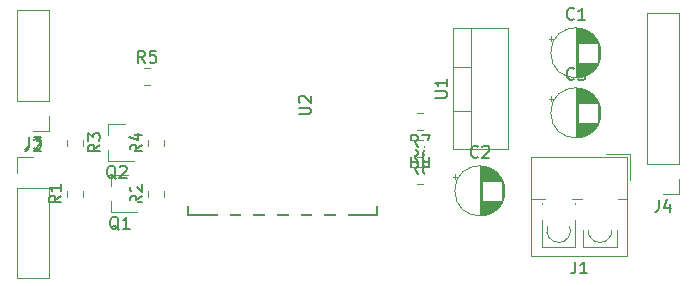
<source format=gbr>
G04 #@! TF.GenerationSoftware,KiCad,Pcbnew,5.1.5+dfsg1-2build2*
G04 #@! TF.CreationDate,2020-08-14T16:11:21+02:00*
G04 #@! TF.ProjectId,carrierboard_aisler,63617272-6965-4726-926f-6172645f6169,1*
G04 #@! TF.SameCoordinates,Original*
G04 #@! TF.FileFunction,Legend,Top*
G04 #@! TF.FilePolarity,Positive*
%FSLAX46Y46*%
G04 Gerber Fmt 4.6, Leading zero omitted, Abs format (unit mm)*
G04 Created by KiCad (PCBNEW 5.1.5+dfsg1-2build2) date 2020-08-14 16:11:21*
%MOMM*%
%LPD*%
G04 APERTURE LIST*
%ADD10C,0.120000*%
%ADD11C,0.152400*%
%ADD12C,0.150000*%
%ADD13O,1.700000X1.700000*%
%ADD14R,1.700000X1.700000*%
%ADD15R,1.100000X2.500000*%
%ADD16R,2.500000X1.100000*%
%ADD17O,2.000000X1.905000*%
%ADD18R,2.000000X1.905000*%
%ADD19R,0.900000X0.800000*%
%ADD20C,2.600000*%
%ADD21R,2.600000X2.600000*%
%ADD22C,1.200000*%
%ADD23R,1.200000X1.200000*%
G04 APERTURE END LIST*
D10*
X151444000Y-108518000D02*
X150114000Y-108518000D01*
X151444000Y-107188000D02*
X151444000Y-108518000D01*
X151444000Y-105918000D02*
X148784000Y-105918000D01*
X148784000Y-105918000D02*
X148784000Y-93158000D01*
X151444000Y-105918000D02*
X151444000Y-93158000D01*
X151444000Y-93158000D02*
X148784000Y-93158000D01*
X98104000Y-103184000D02*
X96774000Y-103184000D01*
X98104000Y-101854000D02*
X98104000Y-103184000D01*
X98104000Y-100584000D02*
X95444000Y-100584000D01*
X95444000Y-100584000D02*
X95444000Y-92904000D01*
X98104000Y-100584000D02*
X98104000Y-92904000D01*
X98104000Y-92904000D02*
X95444000Y-92904000D01*
X95444000Y-105350000D02*
X96774000Y-105350000D01*
X95444000Y-106680000D02*
X95444000Y-105350000D01*
X95444000Y-107950000D02*
X98104000Y-107950000D01*
X98104000Y-107950000D02*
X98104000Y-115630000D01*
X95444000Y-107950000D02*
X95444000Y-115630000D01*
X95444000Y-115630000D02*
X98104000Y-115630000D01*
D11*
X125921199Y-110241000D02*
X125921199Y-109479000D01*
X109919199Y-110241000D02*
X125921199Y-110241000D01*
X109919199Y-109479000D02*
X109919199Y-110241000D01*
D10*
X132366000Y-97717000D02*
X133876000Y-97717000D01*
X132366000Y-101418000D02*
X133876000Y-101418000D01*
X133876000Y-104688000D02*
X133876000Y-94448000D01*
X132366000Y-94448000D02*
X137007000Y-94448000D01*
X132366000Y-104688000D02*
X137007000Y-104688000D01*
X137007000Y-104688000D02*
X137007000Y-94448000D01*
X132366000Y-104688000D02*
X132366000Y-94448000D01*
X129801252Y-103938000D02*
X129278748Y-103938000D01*
X129801252Y-105358000D02*
X129278748Y-105358000D01*
X129801252Y-101652000D02*
X129278748Y-101652000D01*
X129801252Y-103072000D02*
X129278748Y-103072000D01*
X129278748Y-107644000D02*
X129801252Y-107644000D01*
X129278748Y-106224000D02*
X129801252Y-106224000D01*
X106164748Y-99262000D02*
X106687252Y-99262000D01*
X106164748Y-97842000D02*
X106687252Y-97842000D01*
X107898000Y-104401252D02*
X107898000Y-103878748D01*
X106478000Y-104401252D02*
X106478000Y-103878748D01*
X99620000Y-103878748D02*
X99620000Y-104401252D01*
X101040000Y-103878748D02*
X101040000Y-104401252D01*
X107898000Y-108719252D02*
X107898000Y-108196748D01*
X106478000Y-108719252D02*
X106478000Y-108196748D01*
X101040000Y-108719252D02*
X101040000Y-108196748D01*
X99620000Y-108719252D02*
X99620000Y-108196748D01*
X103126000Y-102560000D02*
X104586000Y-102560000D01*
X103126000Y-105720000D02*
X105286000Y-105720000D01*
X103126000Y-105720000D02*
X103126000Y-104790000D01*
X103126000Y-102560000D02*
X103126000Y-103490000D01*
X103380000Y-106878000D02*
X104840000Y-106878000D01*
X103380000Y-110038000D02*
X105540000Y-110038000D01*
X103380000Y-110038000D02*
X103380000Y-109108000D01*
X103380000Y-106878000D02*
X103380000Y-107808000D01*
X147330000Y-105082000D02*
X145330000Y-105082000D01*
X147330000Y-107322000D02*
X147330000Y-105082000D01*
X139880000Y-109293000D02*
X139880000Y-109232000D01*
X139880000Y-112982000D02*
X139880000Y-110671000D01*
X142680000Y-109293000D02*
X142680000Y-109232000D01*
X142680000Y-112982000D02*
X142680000Y-110671000D01*
X139880000Y-109232000D02*
X139880000Y-109232000D01*
X142680000Y-109232000D02*
X142679000Y-109232000D01*
X142680000Y-112982000D02*
X139880000Y-112982000D01*
X143380000Y-112982000D02*
X143380000Y-111522000D01*
X146180000Y-112982000D02*
X146180000Y-111522000D01*
X146180000Y-112982000D02*
X143380000Y-112982000D01*
X138970000Y-113742000D02*
X138970000Y-105322000D01*
X147090000Y-113742000D02*
X147090000Y-105322000D01*
X147090000Y-105322000D02*
X138970000Y-105322000D01*
X147090000Y-113742000D02*
X138970000Y-113742000D01*
X140146000Y-108881000D02*
X138970000Y-108881000D01*
X143240000Y-108881000D02*
X142413000Y-108881000D01*
X147090000Y-108881000D02*
X146320000Y-108881000D01*
X142219915Y-111239767D02*
G75*
G02X140340000Y-111240000I-939915J-342233D01*
G01*
X145777890Y-111511434D02*
G75*
G02X143782000Y-111513000I-997890J-70566D01*
G01*
X140662199Y-100205000D02*
X140662199Y-100605000D01*
X140462199Y-100405000D02*
X140862199Y-100405000D01*
X144813000Y-101230000D02*
X144813000Y-101970000D01*
X144773000Y-101063000D02*
X144773000Y-102137000D01*
X144733000Y-100936000D02*
X144733000Y-102264000D01*
X144693000Y-100832000D02*
X144693000Y-102368000D01*
X144653000Y-100741000D02*
X144653000Y-102459000D01*
X144613000Y-100660000D02*
X144613000Y-102540000D01*
X144573000Y-100587000D02*
X144573000Y-102613000D01*
X144533000Y-102440000D02*
X144533000Y-102680000D01*
X144533000Y-100520000D02*
X144533000Y-100760000D01*
X144493000Y-102440000D02*
X144493000Y-102742000D01*
X144493000Y-100458000D02*
X144493000Y-100760000D01*
X144453000Y-102440000D02*
X144453000Y-102800000D01*
X144453000Y-100400000D02*
X144453000Y-100760000D01*
X144413000Y-102440000D02*
X144413000Y-102854000D01*
X144413000Y-100346000D02*
X144413000Y-100760000D01*
X144373000Y-102440000D02*
X144373000Y-102904000D01*
X144373000Y-100296000D02*
X144373000Y-100760000D01*
X144333000Y-102440000D02*
X144333000Y-102951000D01*
X144333000Y-100249000D02*
X144333000Y-100760000D01*
X144293000Y-102440000D02*
X144293000Y-102996000D01*
X144293000Y-100204000D02*
X144293000Y-100760000D01*
X144253000Y-102440000D02*
X144253000Y-103038000D01*
X144253000Y-100162000D02*
X144253000Y-100760000D01*
X144213000Y-102440000D02*
X144213000Y-103078000D01*
X144213000Y-100122000D02*
X144213000Y-100760000D01*
X144173000Y-102440000D02*
X144173000Y-103116000D01*
X144173000Y-100084000D02*
X144173000Y-100760000D01*
X144133000Y-102440000D02*
X144133000Y-103152000D01*
X144133000Y-100048000D02*
X144133000Y-100760000D01*
X144093000Y-102440000D02*
X144093000Y-103187000D01*
X144093000Y-100013000D02*
X144093000Y-100760000D01*
X144053000Y-102440000D02*
X144053000Y-103219000D01*
X144053000Y-99981000D02*
X144053000Y-100760000D01*
X144013000Y-102440000D02*
X144013000Y-103250000D01*
X144013000Y-99950000D02*
X144013000Y-100760000D01*
X143973000Y-102440000D02*
X143973000Y-103280000D01*
X143973000Y-99920000D02*
X143973000Y-100760000D01*
X143933000Y-102440000D02*
X143933000Y-103308000D01*
X143933000Y-99892000D02*
X143933000Y-100760000D01*
X143893000Y-102440000D02*
X143893000Y-103335000D01*
X143893000Y-99865000D02*
X143893000Y-100760000D01*
X143853000Y-102440000D02*
X143853000Y-103360000D01*
X143853000Y-99840000D02*
X143853000Y-100760000D01*
X143813000Y-102440000D02*
X143813000Y-103385000D01*
X143813000Y-99815000D02*
X143813000Y-100760000D01*
X143773000Y-102440000D02*
X143773000Y-103408000D01*
X143773000Y-99792000D02*
X143773000Y-100760000D01*
X143733000Y-102440000D02*
X143733000Y-103430000D01*
X143733000Y-99770000D02*
X143733000Y-100760000D01*
X143693000Y-102440000D02*
X143693000Y-103451000D01*
X143693000Y-99749000D02*
X143693000Y-100760000D01*
X143653000Y-102440000D02*
X143653000Y-103470000D01*
X143653000Y-99730000D02*
X143653000Y-100760000D01*
X143613000Y-102440000D02*
X143613000Y-103489000D01*
X143613000Y-99711000D02*
X143613000Y-100760000D01*
X143573000Y-102440000D02*
X143573000Y-103507000D01*
X143573000Y-99693000D02*
X143573000Y-100760000D01*
X143533000Y-102440000D02*
X143533000Y-103524000D01*
X143533000Y-99676000D02*
X143533000Y-100760000D01*
X143493000Y-102440000D02*
X143493000Y-103540000D01*
X143493000Y-99660000D02*
X143493000Y-100760000D01*
X143453000Y-102440000D02*
X143453000Y-103554000D01*
X143453000Y-99646000D02*
X143453000Y-100760000D01*
X143412000Y-102440000D02*
X143412000Y-103568000D01*
X143412000Y-99632000D02*
X143412000Y-100760000D01*
X143372000Y-102440000D02*
X143372000Y-103582000D01*
X143372000Y-99618000D02*
X143372000Y-100760000D01*
X143332000Y-102440000D02*
X143332000Y-103594000D01*
X143332000Y-99606000D02*
X143332000Y-100760000D01*
X143292000Y-102440000D02*
X143292000Y-103605000D01*
X143292000Y-99595000D02*
X143292000Y-100760000D01*
X143252000Y-102440000D02*
X143252000Y-103616000D01*
X143252000Y-99584000D02*
X143252000Y-100760000D01*
X143212000Y-102440000D02*
X143212000Y-103625000D01*
X143212000Y-99575000D02*
X143212000Y-100760000D01*
X143172000Y-102440000D02*
X143172000Y-103634000D01*
X143172000Y-99566000D02*
X143172000Y-100760000D01*
X143132000Y-102440000D02*
X143132000Y-103642000D01*
X143132000Y-99558000D02*
X143132000Y-100760000D01*
X143092000Y-102440000D02*
X143092000Y-103650000D01*
X143092000Y-99550000D02*
X143092000Y-100760000D01*
X143052000Y-102440000D02*
X143052000Y-103656000D01*
X143052000Y-99544000D02*
X143052000Y-100760000D01*
X143012000Y-102440000D02*
X143012000Y-103662000D01*
X143012000Y-99538000D02*
X143012000Y-100760000D01*
X142972000Y-102440000D02*
X142972000Y-103667000D01*
X142972000Y-99533000D02*
X142972000Y-100760000D01*
X142932000Y-102440000D02*
X142932000Y-103671000D01*
X142932000Y-99529000D02*
X142932000Y-100760000D01*
X142892000Y-99526000D02*
X142892000Y-103674000D01*
X142852000Y-99523000D02*
X142852000Y-103677000D01*
X142812000Y-99521000D02*
X142812000Y-103679000D01*
X142772000Y-99520000D02*
X142772000Y-103680000D01*
X142732000Y-99520000D02*
X142732000Y-103680000D01*
X144852000Y-101600000D02*
G75*
G03X144852000Y-101600000I-2120000J0D01*
G01*
X132534199Y-106809000D02*
X132534199Y-107209000D01*
X132334199Y-107009000D02*
X132734199Y-107009000D01*
X136685000Y-107834000D02*
X136685000Y-108574000D01*
X136645000Y-107667000D02*
X136645000Y-108741000D01*
X136605000Y-107540000D02*
X136605000Y-108868000D01*
X136565000Y-107436000D02*
X136565000Y-108972000D01*
X136525000Y-107345000D02*
X136525000Y-109063000D01*
X136485000Y-107264000D02*
X136485000Y-109144000D01*
X136445000Y-107191000D02*
X136445000Y-109217000D01*
X136405000Y-109044000D02*
X136405000Y-109284000D01*
X136405000Y-107124000D02*
X136405000Y-107364000D01*
X136365000Y-109044000D02*
X136365000Y-109346000D01*
X136365000Y-107062000D02*
X136365000Y-107364000D01*
X136325000Y-109044000D02*
X136325000Y-109404000D01*
X136325000Y-107004000D02*
X136325000Y-107364000D01*
X136285000Y-109044000D02*
X136285000Y-109458000D01*
X136285000Y-106950000D02*
X136285000Y-107364000D01*
X136245000Y-109044000D02*
X136245000Y-109508000D01*
X136245000Y-106900000D02*
X136245000Y-107364000D01*
X136205000Y-109044000D02*
X136205000Y-109555000D01*
X136205000Y-106853000D02*
X136205000Y-107364000D01*
X136165000Y-109044000D02*
X136165000Y-109600000D01*
X136165000Y-106808000D02*
X136165000Y-107364000D01*
X136125000Y-109044000D02*
X136125000Y-109642000D01*
X136125000Y-106766000D02*
X136125000Y-107364000D01*
X136085000Y-109044000D02*
X136085000Y-109682000D01*
X136085000Y-106726000D02*
X136085000Y-107364000D01*
X136045000Y-109044000D02*
X136045000Y-109720000D01*
X136045000Y-106688000D02*
X136045000Y-107364000D01*
X136005000Y-109044000D02*
X136005000Y-109756000D01*
X136005000Y-106652000D02*
X136005000Y-107364000D01*
X135965000Y-109044000D02*
X135965000Y-109791000D01*
X135965000Y-106617000D02*
X135965000Y-107364000D01*
X135925000Y-109044000D02*
X135925000Y-109823000D01*
X135925000Y-106585000D02*
X135925000Y-107364000D01*
X135885000Y-109044000D02*
X135885000Y-109854000D01*
X135885000Y-106554000D02*
X135885000Y-107364000D01*
X135845000Y-109044000D02*
X135845000Y-109884000D01*
X135845000Y-106524000D02*
X135845000Y-107364000D01*
X135805000Y-109044000D02*
X135805000Y-109912000D01*
X135805000Y-106496000D02*
X135805000Y-107364000D01*
X135765000Y-109044000D02*
X135765000Y-109939000D01*
X135765000Y-106469000D02*
X135765000Y-107364000D01*
X135725000Y-109044000D02*
X135725000Y-109964000D01*
X135725000Y-106444000D02*
X135725000Y-107364000D01*
X135685000Y-109044000D02*
X135685000Y-109989000D01*
X135685000Y-106419000D02*
X135685000Y-107364000D01*
X135645000Y-109044000D02*
X135645000Y-110012000D01*
X135645000Y-106396000D02*
X135645000Y-107364000D01*
X135605000Y-109044000D02*
X135605000Y-110034000D01*
X135605000Y-106374000D02*
X135605000Y-107364000D01*
X135565000Y-109044000D02*
X135565000Y-110055000D01*
X135565000Y-106353000D02*
X135565000Y-107364000D01*
X135525000Y-109044000D02*
X135525000Y-110074000D01*
X135525000Y-106334000D02*
X135525000Y-107364000D01*
X135485000Y-109044000D02*
X135485000Y-110093000D01*
X135485000Y-106315000D02*
X135485000Y-107364000D01*
X135445000Y-109044000D02*
X135445000Y-110111000D01*
X135445000Y-106297000D02*
X135445000Y-107364000D01*
X135405000Y-109044000D02*
X135405000Y-110128000D01*
X135405000Y-106280000D02*
X135405000Y-107364000D01*
X135365000Y-109044000D02*
X135365000Y-110144000D01*
X135365000Y-106264000D02*
X135365000Y-107364000D01*
X135325000Y-109044000D02*
X135325000Y-110158000D01*
X135325000Y-106250000D02*
X135325000Y-107364000D01*
X135284000Y-109044000D02*
X135284000Y-110172000D01*
X135284000Y-106236000D02*
X135284000Y-107364000D01*
X135244000Y-109044000D02*
X135244000Y-110186000D01*
X135244000Y-106222000D02*
X135244000Y-107364000D01*
X135204000Y-109044000D02*
X135204000Y-110198000D01*
X135204000Y-106210000D02*
X135204000Y-107364000D01*
X135164000Y-109044000D02*
X135164000Y-110209000D01*
X135164000Y-106199000D02*
X135164000Y-107364000D01*
X135124000Y-109044000D02*
X135124000Y-110220000D01*
X135124000Y-106188000D02*
X135124000Y-107364000D01*
X135084000Y-109044000D02*
X135084000Y-110229000D01*
X135084000Y-106179000D02*
X135084000Y-107364000D01*
X135044000Y-109044000D02*
X135044000Y-110238000D01*
X135044000Y-106170000D02*
X135044000Y-107364000D01*
X135004000Y-109044000D02*
X135004000Y-110246000D01*
X135004000Y-106162000D02*
X135004000Y-107364000D01*
X134964000Y-109044000D02*
X134964000Y-110254000D01*
X134964000Y-106154000D02*
X134964000Y-107364000D01*
X134924000Y-109044000D02*
X134924000Y-110260000D01*
X134924000Y-106148000D02*
X134924000Y-107364000D01*
X134884000Y-109044000D02*
X134884000Y-110266000D01*
X134884000Y-106142000D02*
X134884000Y-107364000D01*
X134844000Y-109044000D02*
X134844000Y-110271000D01*
X134844000Y-106137000D02*
X134844000Y-107364000D01*
X134804000Y-109044000D02*
X134804000Y-110275000D01*
X134804000Y-106133000D02*
X134804000Y-107364000D01*
X134764000Y-106130000D02*
X134764000Y-110278000D01*
X134724000Y-106127000D02*
X134724000Y-110281000D01*
X134684000Y-106125000D02*
X134684000Y-110283000D01*
X134644000Y-106124000D02*
X134644000Y-110284000D01*
X134604000Y-106124000D02*
X134604000Y-110284000D01*
X136724000Y-108204000D02*
G75*
G03X136724000Y-108204000I-2120000J0D01*
G01*
X140662199Y-95125000D02*
X140662199Y-95525000D01*
X140462199Y-95325000D02*
X140862199Y-95325000D01*
X144813000Y-96150000D02*
X144813000Y-96890000D01*
X144773000Y-95983000D02*
X144773000Y-97057000D01*
X144733000Y-95856000D02*
X144733000Y-97184000D01*
X144693000Y-95752000D02*
X144693000Y-97288000D01*
X144653000Y-95661000D02*
X144653000Y-97379000D01*
X144613000Y-95580000D02*
X144613000Y-97460000D01*
X144573000Y-95507000D02*
X144573000Y-97533000D01*
X144533000Y-97360000D02*
X144533000Y-97600000D01*
X144533000Y-95440000D02*
X144533000Y-95680000D01*
X144493000Y-97360000D02*
X144493000Y-97662000D01*
X144493000Y-95378000D02*
X144493000Y-95680000D01*
X144453000Y-97360000D02*
X144453000Y-97720000D01*
X144453000Y-95320000D02*
X144453000Y-95680000D01*
X144413000Y-97360000D02*
X144413000Y-97774000D01*
X144413000Y-95266000D02*
X144413000Y-95680000D01*
X144373000Y-97360000D02*
X144373000Y-97824000D01*
X144373000Y-95216000D02*
X144373000Y-95680000D01*
X144333000Y-97360000D02*
X144333000Y-97871000D01*
X144333000Y-95169000D02*
X144333000Y-95680000D01*
X144293000Y-97360000D02*
X144293000Y-97916000D01*
X144293000Y-95124000D02*
X144293000Y-95680000D01*
X144253000Y-97360000D02*
X144253000Y-97958000D01*
X144253000Y-95082000D02*
X144253000Y-95680000D01*
X144213000Y-97360000D02*
X144213000Y-97998000D01*
X144213000Y-95042000D02*
X144213000Y-95680000D01*
X144173000Y-97360000D02*
X144173000Y-98036000D01*
X144173000Y-95004000D02*
X144173000Y-95680000D01*
X144133000Y-97360000D02*
X144133000Y-98072000D01*
X144133000Y-94968000D02*
X144133000Y-95680000D01*
X144093000Y-97360000D02*
X144093000Y-98107000D01*
X144093000Y-94933000D02*
X144093000Y-95680000D01*
X144053000Y-97360000D02*
X144053000Y-98139000D01*
X144053000Y-94901000D02*
X144053000Y-95680000D01*
X144013000Y-97360000D02*
X144013000Y-98170000D01*
X144013000Y-94870000D02*
X144013000Y-95680000D01*
X143973000Y-97360000D02*
X143973000Y-98200000D01*
X143973000Y-94840000D02*
X143973000Y-95680000D01*
X143933000Y-97360000D02*
X143933000Y-98228000D01*
X143933000Y-94812000D02*
X143933000Y-95680000D01*
X143893000Y-97360000D02*
X143893000Y-98255000D01*
X143893000Y-94785000D02*
X143893000Y-95680000D01*
X143853000Y-97360000D02*
X143853000Y-98280000D01*
X143853000Y-94760000D02*
X143853000Y-95680000D01*
X143813000Y-97360000D02*
X143813000Y-98305000D01*
X143813000Y-94735000D02*
X143813000Y-95680000D01*
X143773000Y-97360000D02*
X143773000Y-98328000D01*
X143773000Y-94712000D02*
X143773000Y-95680000D01*
X143733000Y-97360000D02*
X143733000Y-98350000D01*
X143733000Y-94690000D02*
X143733000Y-95680000D01*
X143693000Y-97360000D02*
X143693000Y-98371000D01*
X143693000Y-94669000D02*
X143693000Y-95680000D01*
X143653000Y-97360000D02*
X143653000Y-98390000D01*
X143653000Y-94650000D02*
X143653000Y-95680000D01*
X143613000Y-97360000D02*
X143613000Y-98409000D01*
X143613000Y-94631000D02*
X143613000Y-95680000D01*
X143573000Y-97360000D02*
X143573000Y-98427000D01*
X143573000Y-94613000D02*
X143573000Y-95680000D01*
X143533000Y-97360000D02*
X143533000Y-98444000D01*
X143533000Y-94596000D02*
X143533000Y-95680000D01*
X143493000Y-97360000D02*
X143493000Y-98460000D01*
X143493000Y-94580000D02*
X143493000Y-95680000D01*
X143453000Y-97360000D02*
X143453000Y-98474000D01*
X143453000Y-94566000D02*
X143453000Y-95680000D01*
X143412000Y-97360000D02*
X143412000Y-98488000D01*
X143412000Y-94552000D02*
X143412000Y-95680000D01*
X143372000Y-97360000D02*
X143372000Y-98502000D01*
X143372000Y-94538000D02*
X143372000Y-95680000D01*
X143332000Y-97360000D02*
X143332000Y-98514000D01*
X143332000Y-94526000D02*
X143332000Y-95680000D01*
X143292000Y-97360000D02*
X143292000Y-98525000D01*
X143292000Y-94515000D02*
X143292000Y-95680000D01*
X143252000Y-97360000D02*
X143252000Y-98536000D01*
X143252000Y-94504000D02*
X143252000Y-95680000D01*
X143212000Y-97360000D02*
X143212000Y-98545000D01*
X143212000Y-94495000D02*
X143212000Y-95680000D01*
X143172000Y-97360000D02*
X143172000Y-98554000D01*
X143172000Y-94486000D02*
X143172000Y-95680000D01*
X143132000Y-97360000D02*
X143132000Y-98562000D01*
X143132000Y-94478000D02*
X143132000Y-95680000D01*
X143092000Y-97360000D02*
X143092000Y-98570000D01*
X143092000Y-94470000D02*
X143092000Y-95680000D01*
X143052000Y-97360000D02*
X143052000Y-98576000D01*
X143052000Y-94464000D02*
X143052000Y-95680000D01*
X143012000Y-97360000D02*
X143012000Y-98582000D01*
X143012000Y-94458000D02*
X143012000Y-95680000D01*
X142972000Y-97360000D02*
X142972000Y-98587000D01*
X142972000Y-94453000D02*
X142972000Y-95680000D01*
X142932000Y-97360000D02*
X142932000Y-98591000D01*
X142932000Y-94449000D02*
X142932000Y-95680000D01*
X142892000Y-94446000D02*
X142892000Y-98594000D01*
X142852000Y-94443000D02*
X142852000Y-98597000D01*
X142812000Y-94441000D02*
X142812000Y-98599000D01*
X142772000Y-94440000D02*
X142772000Y-98600000D01*
X142732000Y-94440000D02*
X142732000Y-98600000D01*
X144852000Y-96520000D02*
G75*
G03X144852000Y-96520000I-2120000J0D01*
G01*
D12*
X149780666Y-108970380D02*
X149780666Y-109684666D01*
X149733047Y-109827523D01*
X149637809Y-109922761D01*
X149494952Y-109970380D01*
X149399714Y-109970380D01*
X150685428Y-109303714D02*
X150685428Y-109970380D01*
X150447333Y-108922761D02*
X150209238Y-109637047D01*
X150828285Y-109637047D01*
X96440666Y-103636380D02*
X96440666Y-104350666D01*
X96393047Y-104493523D01*
X96297809Y-104588761D01*
X96154952Y-104636380D01*
X96059714Y-104636380D01*
X96821619Y-103636380D02*
X97440666Y-103636380D01*
X97107333Y-104017333D01*
X97250190Y-104017333D01*
X97345428Y-104064952D01*
X97393047Y-104112571D01*
X97440666Y-104207809D01*
X97440666Y-104445904D01*
X97393047Y-104541142D01*
X97345428Y-104588761D01*
X97250190Y-104636380D01*
X96964476Y-104636380D01*
X96869238Y-104588761D01*
X96821619Y-104541142D01*
X96440666Y-103802380D02*
X96440666Y-104516666D01*
X96393047Y-104659523D01*
X96297809Y-104754761D01*
X96154952Y-104802380D01*
X96059714Y-104802380D01*
X96869238Y-103897619D02*
X96916857Y-103850000D01*
X97012095Y-103802380D01*
X97250190Y-103802380D01*
X97345428Y-103850000D01*
X97393047Y-103897619D01*
X97440666Y-103992857D01*
X97440666Y-104088095D01*
X97393047Y-104230952D01*
X96821619Y-104802380D01*
X97440666Y-104802380D01*
X119277579Y-101731904D02*
X120087103Y-101731904D01*
X120182341Y-101684285D01*
X120229960Y-101636666D01*
X120277579Y-101541428D01*
X120277579Y-101350952D01*
X120229960Y-101255714D01*
X120182341Y-101208095D01*
X120087103Y-101160476D01*
X119277579Y-101160476D01*
X119372818Y-100731904D02*
X119325199Y-100684285D01*
X119277579Y-100589047D01*
X119277579Y-100350952D01*
X119325199Y-100255714D01*
X119372818Y-100208095D01*
X119468056Y-100160476D01*
X119563294Y-100160476D01*
X119706151Y-100208095D01*
X120277579Y-100779523D01*
X120277579Y-100160476D01*
X130818380Y-100329904D02*
X131627904Y-100329904D01*
X131723142Y-100282285D01*
X131770761Y-100234666D01*
X131818380Y-100139428D01*
X131818380Y-99948952D01*
X131770761Y-99853714D01*
X131723142Y-99806095D01*
X131627904Y-99758476D01*
X130818380Y-99758476D01*
X131818380Y-98758476D02*
X131818380Y-99329904D01*
X131818380Y-99044190D02*
X130818380Y-99044190D01*
X130961238Y-99139428D01*
X131056476Y-99234666D01*
X131104095Y-99329904D01*
X129373333Y-106750380D02*
X129040000Y-106274190D01*
X128801904Y-106750380D02*
X128801904Y-105750380D01*
X129182857Y-105750380D01*
X129278095Y-105798000D01*
X129325714Y-105845619D01*
X129373333Y-105940857D01*
X129373333Y-106083714D01*
X129325714Y-106178952D01*
X129278095Y-106226571D01*
X129182857Y-106274190D01*
X128801904Y-106274190D01*
X129944761Y-106178952D02*
X129849523Y-106131333D01*
X129801904Y-106083714D01*
X129754285Y-105988476D01*
X129754285Y-105940857D01*
X129801904Y-105845619D01*
X129849523Y-105798000D01*
X129944761Y-105750380D01*
X130135238Y-105750380D01*
X130230476Y-105798000D01*
X130278095Y-105845619D01*
X130325714Y-105940857D01*
X130325714Y-105988476D01*
X130278095Y-106083714D01*
X130230476Y-106131333D01*
X130135238Y-106178952D01*
X129944761Y-106178952D01*
X129849523Y-106226571D01*
X129801904Y-106274190D01*
X129754285Y-106369428D01*
X129754285Y-106559904D01*
X129801904Y-106655142D01*
X129849523Y-106702761D01*
X129944761Y-106750380D01*
X130135238Y-106750380D01*
X130230476Y-106702761D01*
X130278095Y-106655142D01*
X130325714Y-106559904D01*
X130325714Y-106369428D01*
X130278095Y-106274190D01*
X130230476Y-106226571D01*
X130135238Y-106178952D01*
X129373333Y-104464380D02*
X129040000Y-103988190D01*
X128801904Y-104464380D02*
X128801904Y-103464380D01*
X129182857Y-103464380D01*
X129278095Y-103512000D01*
X129325714Y-103559619D01*
X129373333Y-103654857D01*
X129373333Y-103797714D01*
X129325714Y-103892952D01*
X129278095Y-103940571D01*
X129182857Y-103988190D01*
X128801904Y-103988190D01*
X129706666Y-103464380D02*
X130373333Y-103464380D01*
X129944761Y-104464380D01*
X129373333Y-105736380D02*
X129040000Y-105260190D01*
X128801904Y-105736380D02*
X128801904Y-104736380D01*
X129182857Y-104736380D01*
X129278095Y-104784000D01*
X129325714Y-104831619D01*
X129373333Y-104926857D01*
X129373333Y-105069714D01*
X129325714Y-105164952D01*
X129278095Y-105212571D01*
X129182857Y-105260190D01*
X128801904Y-105260190D01*
X130230476Y-104736380D02*
X130040000Y-104736380D01*
X129944761Y-104784000D01*
X129897142Y-104831619D01*
X129801904Y-104974476D01*
X129754285Y-105164952D01*
X129754285Y-105545904D01*
X129801904Y-105641142D01*
X129849523Y-105688761D01*
X129944761Y-105736380D01*
X130135238Y-105736380D01*
X130230476Y-105688761D01*
X130278095Y-105641142D01*
X130325714Y-105545904D01*
X130325714Y-105307809D01*
X130278095Y-105212571D01*
X130230476Y-105164952D01*
X130135238Y-105117333D01*
X129944761Y-105117333D01*
X129849523Y-105164952D01*
X129801904Y-105212571D01*
X129754285Y-105307809D01*
X106259333Y-97354380D02*
X105926000Y-96878190D01*
X105687904Y-97354380D02*
X105687904Y-96354380D01*
X106068857Y-96354380D01*
X106164095Y-96402000D01*
X106211714Y-96449619D01*
X106259333Y-96544857D01*
X106259333Y-96687714D01*
X106211714Y-96782952D01*
X106164095Y-96830571D01*
X106068857Y-96878190D01*
X105687904Y-96878190D01*
X107164095Y-96354380D02*
X106687904Y-96354380D01*
X106640285Y-96830571D01*
X106687904Y-96782952D01*
X106783142Y-96735333D01*
X107021238Y-96735333D01*
X107116476Y-96782952D01*
X107164095Y-96830571D01*
X107211714Y-96925809D01*
X107211714Y-97163904D01*
X107164095Y-97259142D01*
X107116476Y-97306761D01*
X107021238Y-97354380D01*
X106783142Y-97354380D01*
X106687904Y-97306761D01*
X106640285Y-97259142D01*
X105990380Y-104306666D02*
X105514190Y-104640000D01*
X105990380Y-104878095D02*
X104990380Y-104878095D01*
X104990380Y-104497142D01*
X105038000Y-104401904D01*
X105085619Y-104354285D01*
X105180857Y-104306666D01*
X105323714Y-104306666D01*
X105418952Y-104354285D01*
X105466571Y-104401904D01*
X105514190Y-104497142D01*
X105514190Y-104878095D01*
X105323714Y-103449523D02*
X105990380Y-103449523D01*
X104942761Y-103687619D02*
X105657047Y-103925714D01*
X105657047Y-103306666D01*
X102432380Y-104306666D02*
X101956190Y-104640000D01*
X102432380Y-104878095D02*
X101432380Y-104878095D01*
X101432380Y-104497142D01*
X101480000Y-104401904D01*
X101527619Y-104354285D01*
X101622857Y-104306666D01*
X101765714Y-104306666D01*
X101860952Y-104354285D01*
X101908571Y-104401904D01*
X101956190Y-104497142D01*
X101956190Y-104878095D01*
X101432380Y-103973333D02*
X101432380Y-103354285D01*
X101813333Y-103687619D01*
X101813333Y-103544761D01*
X101860952Y-103449523D01*
X101908571Y-103401904D01*
X102003809Y-103354285D01*
X102241904Y-103354285D01*
X102337142Y-103401904D01*
X102384761Y-103449523D01*
X102432380Y-103544761D01*
X102432380Y-103830476D01*
X102384761Y-103925714D01*
X102337142Y-103973333D01*
X105990380Y-108624666D02*
X105514190Y-108958000D01*
X105990380Y-109196095D02*
X104990380Y-109196095D01*
X104990380Y-108815142D01*
X105038000Y-108719904D01*
X105085619Y-108672285D01*
X105180857Y-108624666D01*
X105323714Y-108624666D01*
X105418952Y-108672285D01*
X105466571Y-108719904D01*
X105514190Y-108815142D01*
X105514190Y-109196095D01*
X105085619Y-108243714D02*
X105038000Y-108196095D01*
X104990380Y-108100857D01*
X104990380Y-107862761D01*
X105038000Y-107767523D01*
X105085619Y-107719904D01*
X105180857Y-107672285D01*
X105276095Y-107672285D01*
X105418952Y-107719904D01*
X105990380Y-108291333D01*
X105990380Y-107672285D01*
X99132380Y-108624666D02*
X98656190Y-108958000D01*
X99132380Y-109196095D02*
X98132380Y-109196095D01*
X98132380Y-108815142D01*
X98180000Y-108719904D01*
X98227619Y-108672285D01*
X98322857Y-108624666D01*
X98465714Y-108624666D01*
X98560952Y-108672285D01*
X98608571Y-108719904D01*
X98656190Y-108815142D01*
X98656190Y-109196095D01*
X99132380Y-107672285D02*
X99132380Y-108243714D01*
X99132380Y-107958000D02*
X98132380Y-107958000D01*
X98275238Y-108053238D01*
X98370476Y-108148476D01*
X98418095Y-108243714D01*
X103790761Y-107187619D02*
X103695523Y-107140000D01*
X103600285Y-107044761D01*
X103457428Y-106901904D01*
X103362190Y-106854285D01*
X103266952Y-106854285D01*
X103314571Y-107092380D02*
X103219333Y-107044761D01*
X103124095Y-106949523D01*
X103076476Y-106759047D01*
X103076476Y-106425714D01*
X103124095Y-106235238D01*
X103219333Y-106140000D01*
X103314571Y-106092380D01*
X103505047Y-106092380D01*
X103600285Y-106140000D01*
X103695523Y-106235238D01*
X103743142Y-106425714D01*
X103743142Y-106759047D01*
X103695523Y-106949523D01*
X103600285Y-107044761D01*
X103505047Y-107092380D01*
X103314571Y-107092380D01*
X104124095Y-106187619D02*
X104171714Y-106140000D01*
X104266952Y-106092380D01*
X104505047Y-106092380D01*
X104600285Y-106140000D01*
X104647904Y-106187619D01*
X104695523Y-106282857D01*
X104695523Y-106378095D01*
X104647904Y-106520952D01*
X104076476Y-107092380D01*
X104695523Y-107092380D01*
X104044761Y-111505619D02*
X103949523Y-111458000D01*
X103854285Y-111362761D01*
X103711428Y-111219904D01*
X103616190Y-111172285D01*
X103520952Y-111172285D01*
X103568571Y-111410380D02*
X103473333Y-111362761D01*
X103378095Y-111267523D01*
X103330476Y-111077047D01*
X103330476Y-110743714D01*
X103378095Y-110553238D01*
X103473333Y-110458000D01*
X103568571Y-110410380D01*
X103759047Y-110410380D01*
X103854285Y-110458000D01*
X103949523Y-110553238D01*
X103997142Y-110743714D01*
X103997142Y-111077047D01*
X103949523Y-111267523D01*
X103854285Y-111362761D01*
X103759047Y-111410380D01*
X103568571Y-111410380D01*
X104949523Y-111410380D02*
X104378095Y-111410380D01*
X104663809Y-111410380D02*
X104663809Y-110410380D01*
X104568571Y-110553238D01*
X104473333Y-110648476D01*
X104378095Y-110696095D01*
X142696666Y-114194380D02*
X142696666Y-114908666D01*
X142649047Y-115051523D01*
X142553809Y-115146761D01*
X142410952Y-115194380D01*
X142315714Y-115194380D01*
X143696666Y-115194380D02*
X143125238Y-115194380D01*
X143410952Y-115194380D02*
X143410952Y-114194380D01*
X143315714Y-114337238D01*
X143220476Y-114432476D01*
X143125238Y-114480095D01*
X142565333Y-98707142D02*
X142517714Y-98754761D01*
X142374857Y-98802380D01*
X142279619Y-98802380D01*
X142136761Y-98754761D01*
X142041523Y-98659523D01*
X141993904Y-98564285D01*
X141946285Y-98373809D01*
X141946285Y-98230952D01*
X141993904Y-98040476D01*
X142041523Y-97945238D01*
X142136761Y-97850000D01*
X142279619Y-97802380D01*
X142374857Y-97802380D01*
X142517714Y-97850000D01*
X142565333Y-97897619D01*
X142898666Y-97802380D02*
X143517714Y-97802380D01*
X143184380Y-98183333D01*
X143327238Y-98183333D01*
X143422476Y-98230952D01*
X143470095Y-98278571D01*
X143517714Y-98373809D01*
X143517714Y-98611904D01*
X143470095Y-98707142D01*
X143422476Y-98754761D01*
X143327238Y-98802380D01*
X143041523Y-98802380D01*
X142946285Y-98754761D01*
X142898666Y-98707142D01*
X134437333Y-105311142D02*
X134389714Y-105358761D01*
X134246857Y-105406380D01*
X134151619Y-105406380D01*
X134008761Y-105358761D01*
X133913523Y-105263523D01*
X133865904Y-105168285D01*
X133818285Y-104977809D01*
X133818285Y-104834952D01*
X133865904Y-104644476D01*
X133913523Y-104549238D01*
X134008761Y-104454000D01*
X134151619Y-104406380D01*
X134246857Y-104406380D01*
X134389714Y-104454000D01*
X134437333Y-104501619D01*
X134818285Y-104501619D02*
X134865904Y-104454000D01*
X134961142Y-104406380D01*
X135199238Y-104406380D01*
X135294476Y-104454000D01*
X135342095Y-104501619D01*
X135389714Y-104596857D01*
X135389714Y-104692095D01*
X135342095Y-104834952D01*
X134770666Y-105406380D01*
X135389714Y-105406380D01*
X142565333Y-93627142D02*
X142517714Y-93674761D01*
X142374857Y-93722380D01*
X142279619Y-93722380D01*
X142136761Y-93674761D01*
X142041523Y-93579523D01*
X141993904Y-93484285D01*
X141946285Y-93293809D01*
X141946285Y-93150952D01*
X141993904Y-92960476D01*
X142041523Y-92865238D01*
X142136761Y-92770000D01*
X142279619Y-92722380D01*
X142374857Y-92722380D01*
X142517714Y-92770000D01*
X142565333Y-92817619D01*
X143517714Y-93722380D02*
X142946285Y-93722380D01*
X143232000Y-93722380D02*
X143232000Y-92722380D01*
X143136761Y-92865238D01*
X143041523Y-92960476D01*
X142946285Y-93008095D01*
%LPC*%
D13*
X150114000Y-94488000D03*
X150114000Y-97028000D03*
X150114000Y-99568000D03*
X150114000Y-102108000D03*
X150114000Y-104648000D03*
D14*
X150114000Y-107188000D03*
D13*
X96774000Y-94234000D03*
X96774000Y-96774000D03*
X96774000Y-99314000D03*
D14*
X96774000Y-101854000D03*
D13*
X96774000Y-114300000D03*
X96774000Y-111760000D03*
X96774000Y-109220000D03*
D14*
X96774000Y-106680000D03*
D15*
X122925199Y-110320000D03*
X120925199Y-110320000D03*
X118925199Y-110320000D03*
X116925199Y-110320000D03*
X114925199Y-110320000D03*
X112925199Y-110320000D03*
D16*
X125635199Y-94620000D03*
X125635199Y-96620000D03*
X125635199Y-98620000D03*
X125635199Y-100620000D03*
X125635199Y-102620000D03*
X125635199Y-104620000D03*
X125635199Y-106620000D03*
X125635199Y-108620000D03*
X110235199Y-108620000D03*
X110235199Y-106620000D03*
X110235199Y-104620000D03*
X110235199Y-102620000D03*
X110235199Y-100620000D03*
X110235199Y-98620000D03*
X110235199Y-96620000D03*
X110235199Y-94620000D03*
D17*
X135636000Y-97028000D03*
X135636000Y-99568000D03*
D18*
X135636000Y-102108000D03*
D11*
G36*
X128864505Y-103949204D02*
G01*
X128888773Y-103952804D01*
X128912572Y-103958765D01*
X128935671Y-103967030D01*
X128957850Y-103977520D01*
X128978893Y-103990132D01*
X128998599Y-104004747D01*
X129016777Y-104021223D01*
X129033253Y-104039401D01*
X129047868Y-104059107D01*
X129060480Y-104080150D01*
X129070970Y-104102329D01*
X129079235Y-104125428D01*
X129085196Y-104149227D01*
X129088796Y-104173495D01*
X129090000Y-104197999D01*
X129090000Y-105098001D01*
X129088796Y-105122505D01*
X129085196Y-105146773D01*
X129079235Y-105170572D01*
X129070970Y-105193671D01*
X129060480Y-105215850D01*
X129047868Y-105236893D01*
X129033253Y-105256599D01*
X129016777Y-105274777D01*
X128998599Y-105291253D01*
X128978893Y-105305868D01*
X128957850Y-105318480D01*
X128935671Y-105328970D01*
X128912572Y-105337235D01*
X128888773Y-105343196D01*
X128864505Y-105346796D01*
X128840001Y-105348000D01*
X128189999Y-105348000D01*
X128165495Y-105346796D01*
X128141227Y-105343196D01*
X128117428Y-105337235D01*
X128094329Y-105328970D01*
X128072150Y-105318480D01*
X128051107Y-105305868D01*
X128031401Y-105291253D01*
X128013223Y-105274777D01*
X127996747Y-105256599D01*
X127982132Y-105236893D01*
X127969520Y-105215850D01*
X127959030Y-105193671D01*
X127950765Y-105170572D01*
X127944804Y-105146773D01*
X127941204Y-105122505D01*
X127940000Y-105098001D01*
X127940000Y-104197999D01*
X127941204Y-104173495D01*
X127944804Y-104149227D01*
X127950765Y-104125428D01*
X127959030Y-104102329D01*
X127969520Y-104080150D01*
X127982132Y-104059107D01*
X127996747Y-104039401D01*
X128013223Y-104021223D01*
X128031401Y-104004747D01*
X128051107Y-103990132D01*
X128072150Y-103977520D01*
X128094329Y-103967030D01*
X128117428Y-103958765D01*
X128141227Y-103952804D01*
X128165495Y-103949204D01*
X128189999Y-103948000D01*
X128840001Y-103948000D01*
X128864505Y-103949204D01*
G37*
G36*
X130914505Y-103949204D02*
G01*
X130938773Y-103952804D01*
X130962572Y-103958765D01*
X130985671Y-103967030D01*
X131007850Y-103977520D01*
X131028893Y-103990132D01*
X131048599Y-104004747D01*
X131066777Y-104021223D01*
X131083253Y-104039401D01*
X131097868Y-104059107D01*
X131110480Y-104080150D01*
X131120970Y-104102329D01*
X131129235Y-104125428D01*
X131135196Y-104149227D01*
X131138796Y-104173495D01*
X131140000Y-104197999D01*
X131140000Y-105098001D01*
X131138796Y-105122505D01*
X131135196Y-105146773D01*
X131129235Y-105170572D01*
X131120970Y-105193671D01*
X131110480Y-105215850D01*
X131097868Y-105236893D01*
X131083253Y-105256599D01*
X131066777Y-105274777D01*
X131048599Y-105291253D01*
X131028893Y-105305868D01*
X131007850Y-105318480D01*
X130985671Y-105328970D01*
X130962572Y-105337235D01*
X130938773Y-105343196D01*
X130914505Y-105346796D01*
X130890001Y-105348000D01*
X130239999Y-105348000D01*
X130215495Y-105346796D01*
X130191227Y-105343196D01*
X130167428Y-105337235D01*
X130144329Y-105328970D01*
X130122150Y-105318480D01*
X130101107Y-105305868D01*
X130081401Y-105291253D01*
X130063223Y-105274777D01*
X130046747Y-105256599D01*
X130032132Y-105236893D01*
X130019520Y-105215850D01*
X130009030Y-105193671D01*
X130000765Y-105170572D01*
X129994804Y-105146773D01*
X129991204Y-105122505D01*
X129990000Y-105098001D01*
X129990000Y-104197999D01*
X129991204Y-104173495D01*
X129994804Y-104149227D01*
X130000765Y-104125428D01*
X130009030Y-104102329D01*
X130019520Y-104080150D01*
X130032132Y-104059107D01*
X130046747Y-104039401D01*
X130063223Y-104021223D01*
X130081401Y-104004747D01*
X130101107Y-103990132D01*
X130122150Y-103977520D01*
X130144329Y-103967030D01*
X130167428Y-103958765D01*
X130191227Y-103952804D01*
X130215495Y-103949204D01*
X130239999Y-103948000D01*
X130890001Y-103948000D01*
X130914505Y-103949204D01*
G37*
G36*
X128864505Y-101663204D02*
G01*
X128888773Y-101666804D01*
X128912572Y-101672765D01*
X128935671Y-101681030D01*
X128957850Y-101691520D01*
X128978893Y-101704132D01*
X128998599Y-101718747D01*
X129016777Y-101735223D01*
X129033253Y-101753401D01*
X129047868Y-101773107D01*
X129060480Y-101794150D01*
X129070970Y-101816329D01*
X129079235Y-101839428D01*
X129085196Y-101863227D01*
X129088796Y-101887495D01*
X129090000Y-101911999D01*
X129090000Y-102812001D01*
X129088796Y-102836505D01*
X129085196Y-102860773D01*
X129079235Y-102884572D01*
X129070970Y-102907671D01*
X129060480Y-102929850D01*
X129047868Y-102950893D01*
X129033253Y-102970599D01*
X129016777Y-102988777D01*
X128998599Y-103005253D01*
X128978893Y-103019868D01*
X128957850Y-103032480D01*
X128935671Y-103042970D01*
X128912572Y-103051235D01*
X128888773Y-103057196D01*
X128864505Y-103060796D01*
X128840001Y-103062000D01*
X128189999Y-103062000D01*
X128165495Y-103060796D01*
X128141227Y-103057196D01*
X128117428Y-103051235D01*
X128094329Y-103042970D01*
X128072150Y-103032480D01*
X128051107Y-103019868D01*
X128031401Y-103005253D01*
X128013223Y-102988777D01*
X127996747Y-102970599D01*
X127982132Y-102950893D01*
X127969520Y-102929850D01*
X127959030Y-102907671D01*
X127950765Y-102884572D01*
X127944804Y-102860773D01*
X127941204Y-102836505D01*
X127940000Y-102812001D01*
X127940000Y-101911999D01*
X127941204Y-101887495D01*
X127944804Y-101863227D01*
X127950765Y-101839428D01*
X127959030Y-101816329D01*
X127969520Y-101794150D01*
X127982132Y-101773107D01*
X127996747Y-101753401D01*
X128013223Y-101735223D01*
X128031401Y-101718747D01*
X128051107Y-101704132D01*
X128072150Y-101691520D01*
X128094329Y-101681030D01*
X128117428Y-101672765D01*
X128141227Y-101666804D01*
X128165495Y-101663204D01*
X128189999Y-101662000D01*
X128840001Y-101662000D01*
X128864505Y-101663204D01*
G37*
G36*
X130914505Y-101663204D02*
G01*
X130938773Y-101666804D01*
X130962572Y-101672765D01*
X130985671Y-101681030D01*
X131007850Y-101691520D01*
X131028893Y-101704132D01*
X131048599Y-101718747D01*
X131066777Y-101735223D01*
X131083253Y-101753401D01*
X131097868Y-101773107D01*
X131110480Y-101794150D01*
X131120970Y-101816329D01*
X131129235Y-101839428D01*
X131135196Y-101863227D01*
X131138796Y-101887495D01*
X131140000Y-101911999D01*
X131140000Y-102812001D01*
X131138796Y-102836505D01*
X131135196Y-102860773D01*
X131129235Y-102884572D01*
X131120970Y-102907671D01*
X131110480Y-102929850D01*
X131097868Y-102950893D01*
X131083253Y-102970599D01*
X131066777Y-102988777D01*
X131048599Y-103005253D01*
X131028893Y-103019868D01*
X131007850Y-103032480D01*
X130985671Y-103042970D01*
X130962572Y-103051235D01*
X130938773Y-103057196D01*
X130914505Y-103060796D01*
X130890001Y-103062000D01*
X130239999Y-103062000D01*
X130215495Y-103060796D01*
X130191227Y-103057196D01*
X130167428Y-103051235D01*
X130144329Y-103042970D01*
X130122150Y-103032480D01*
X130101107Y-103019868D01*
X130081401Y-103005253D01*
X130063223Y-102988777D01*
X130046747Y-102970599D01*
X130032132Y-102950893D01*
X130019520Y-102929850D01*
X130009030Y-102907671D01*
X130000765Y-102884572D01*
X129994804Y-102860773D01*
X129991204Y-102836505D01*
X129990000Y-102812001D01*
X129990000Y-101911999D01*
X129991204Y-101887495D01*
X129994804Y-101863227D01*
X130000765Y-101839428D01*
X130009030Y-101816329D01*
X130019520Y-101794150D01*
X130032132Y-101773107D01*
X130046747Y-101753401D01*
X130063223Y-101735223D01*
X130081401Y-101718747D01*
X130101107Y-101704132D01*
X130122150Y-101691520D01*
X130144329Y-101681030D01*
X130167428Y-101672765D01*
X130191227Y-101666804D01*
X130215495Y-101663204D01*
X130239999Y-101662000D01*
X130890001Y-101662000D01*
X130914505Y-101663204D01*
G37*
G36*
X130914505Y-106235204D02*
G01*
X130938773Y-106238804D01*
X130962572Y-106244765D01*
X130985671Y-106253030D01*
X131007850Y-106263520D01*
X131028893Y-106276132D01*
X131048599Y-106290747D01*
X131066777Y-106307223D01*
X131083253Y-106325401D01*
X131097868Y-106345107D01*
X131110480Y-106366150D01*
X131120970Y-106388329D01*
X131129235Y-106411428D01*
X131135196Y-106435227D01*
X131138796Y-106459495D01*
X131140000Y-106483999D01*
X131140000Y-107384001D01*
X131138796Y-107408505D01*
X131135196Y-107432773D01*
X131129235Y-107456572D01*
X131120970Y-107479671D01*
X131110480Y-107501850D01*
X131097868Y-107522893D01*
X131083253Y-107542599D01*
X131066777Y-107560777D01*
X131048599Y-107577253D01*
X131028893Y-107591868D01*
X131007850Y-107604480D01*
X130985671Y-107614970D01*
X130962572Y-107623235D01*
X130938773Y-107629196D01*
X130914505Y-107632796D01*
X130890001Y-107634000D01*
X130239999Y-107634000D01*
X130215495Y-107632796D01*
X130191227Y-107629196D01*
X130167428Y-107623235D01*
X130144329Y-107614970D01*
X130122150Y-107604480D01*
X130101107Y-107591868D01*
X130081401Y-107577253D01*
X130063223Y-107560777D01*
X130046747Y-107542599D01*
X130032132Y-107522893D01*
X130019520Y-107501850D01*
X130009030Y-107479671D01*
X130000765Y-107456572D01*
X129994804Y-107432773D01*
X129991204Y-107408505D01*
X129990000Y-107384001D01*
X129990000Y-106483999D01*
X129991204Y-106459495D01*
X129994804Y-106435227D01*
X130000765Y-106411428D01*
X130009030Y-106388329D01*
X130019520Y-106366150D01*
X130032132Y-106345107D01*
X130046747Y-106325401D01*
X130063223Y-106307223D01*
X130081401Y-106290747D01*
X130101107Y-106276132D01*
X130122150Y-106263520D01*
X130144329Y-106253030D01*
X130167428Y-106244765D01*
X130191227Y-106238804D01*
X130215495Y-106235204D01*
X130239999Y-106234000D01*
X130890001Y-106234000D01*
X130914505Y-106235204D01*
G37*
G36*
X128864505Y-106235204D02*
G01*
X128888773Y-106238804D01*
X128912572Y-106244765D01*
X128935671Y-106253030D01*
X128957850Y-106263520D01*
X128978893Y-106276132D01*
X128998599Y-106290747D01*
X129016777Y-106307223D01*
X129033253Y-106325401D01*
X129047868Y-106345107D01*
X129060480Y-106366150D01*
X129070970Y-106388329D01*
X129079235Y-106411428D01*
X129085196Y-106435227D01*
X129088796Y-106459495D01*
X129090000Y-106483999D01*
X129090000Y-107384001D01*
X129088796Y-107408505D01*
X129085196Y-107432773D01*
X129079235Y-107456572D01*
X129070970Y-107479671D01*
X129060480Y-107501850D01*
X129047868Y-107522893D01*
X129033253Y-107542599D01*
X129016777Y-107560777D01*
X128998599Y-107577253D01*
X128978893Y-107591868D01*
X128957850Y-107604480D01*
X128935671Y-107614970D01*
X128912572Y-107623235D01*
X128888773Y-107629196D01*
X128864505Y-107632796D01*
X128840001Y-107634000D01*
X128189999Y-107634000D01*
X128165495Y-107632796D01*
X128141227Y-107629196D01*
X128117428Y-107623235D01*
X128094329Y-107614970D01*
X128072150Y-107604480D01*
X128051107Y-107591868D01*
X128031401Y-107577253D01*
X128013223Y-107560777D01*
X127996747Y-107542599D01*
X127982132Y-107522893D01*
X127969520Y-107501850D01*
X127959030Y-107479671D01*
X127950765Y-107456572D01*
X127944804Y-107432773D01*
X127941204Y-107408505D01*
X127940000Y-107384001D01*
X127940000Y-106483999D01*
X127941204Y-106459495D01*
X127944804Y-106435227D01*
X127950765Y-106411428D01*
X127959030Y-106388329D01*
X127969520Y-106366150D01*
X127982132Y-106345107D01*
X127996747Y-106325401D01*
X128013223Y-106307223D01*
X128031401Y-106290747D01*
X128051107Y-106276132D01*
X128072150Y-106263520D01*
X128094329Y-106253030D01*
X128117428Y-106244765D01*
X128141227Y-106238804D01*
X128165495Y-106235204D01*
X128189999Y-106234000D01*
X128840001Y-106234000D01*
X128864505Y-106235204D01*
G37*
G36*
X107800505Y-97853204D02*
G01*
X107824773Y-97856804D01*
X107848572Y-97862765D01*
X107871671Y-97871030D01*
X107893850Y-97881520D01*
X107914893Y-97894132D01*
X107934599Y-97908747D01*
X107952777Y-97925223D01*
X107969253Y-97943401D01*
X107983868Y-97963107D01*
X107996480Y-97984150D01*
X108006970Y-98006329D01*
X108015235Y-98029428D01*
X108021196Y-98053227D01*
X108024796Y-98077495D01*
X108026000Y-98101999D01*
X108026000Y-99002001D01*
X108024796Y-99026505D01*
X108021196Y-99050773D01*
X108015235Y-99074572D01*
X108006970Y-99097671D01*
X107996480Y-99119850D01*
X107983868Y-99140893D01*
X107969253Y-99160599D01*
X107952777Y-99178777D01*
X107934599Y-99195253D01*
X107914893Y-99209868D01*
X107893850Y-99222480D01*
X107871671Y-99232970D01*
X107848572Y-99241235D01*
X107824773Y-99247196D01*
X107800505Y-99250796D01*
X107776001Y-99252000D01*
X107125999Y-99252000D01*
X107101495Y-99250796D01*
X107077227Y-99247196D01*
X107053428Y-99241235D01*
X107030329Y-99232970D01*
X107008150Y-99222480D01*
X106987107Y-99209868D01*
X106967401Y-99195253D01*
X106949223Y-99178777D01*
X106932747Y-99160599D01*
X106918132Y-99140893D01*
X106905520Y-99119850D01*
X106895030Y-99097671D01*
X106886765Y-99074572D01*
X106880804Y-99050773D01*
X106877204Y-99026505D01*
X106876000Y-99002001D01*
X106876000Y-98101999D01*
X106877204Y-98077495D01*
X106880804Y-98053227D01*
X106886765Y-98029428D01*
X106895030Y-98006329D01*
X106905520Y-97984150D01*
X106918132Y-97963107D01*
X106932747Y-97943401D01*
X106949223Y-97925223D01*
X106967401Y-97908747D01*
X106987107Y-97894132D01*
X107008150Y-97881520D01*
X107030329Y-97871030D01*
X107053428Y-97862765D01*
X107077227Y-97856804D01*
X107101495Y-97853204D01*
X107125999Y-97852000D01*
X107776001Y-97852000D01*
X107800505Y-97853204D01*
G37*
G36*
X105750505Y-97853204D02*
G01*
X105774773Y-97856804D01*
X105798572Y-97862765D01*
X105821671Y-97871030D01*
X105843850Y-97881520D01*
X105864893Y-97894132D01*
X105884599Y-97908747D01*
X105902777Y-97925223D01*
X105919253Y-97943401D01*
X105933868Y-97963107D01*
X105946480Y-97984150D01*
X105956970Y-98006329D01*
X105965235Y-98029428D01*
X105971196Y-98053227D01*
X105974796Y-98077495D01*
X105976000Y-98101999D01*
X105976000Y-99002001D01*
X105974796Y-99026505D01*
X105971196Y-99050773D01*
X105965235Y-99074572D01*
X105956970Y-99097671D01*
X105946480Y-99119850D01*
X105933868Y-99140893D01*
X105919253Y-99160599D01*
X105902777Y-99178777D01*
X105884599Y-99195253D01*
X105864893Y-99209868D01*
X105843850Y-99222480D01*
X105821671Y-99232970D01*
X105798572Y-99241235D01*
X105774773Y-99247196D01*
X105750505Y-99250796D01*
X105726001Y-99252000D01*
X105075999Y-99252000D01*
X105051495Y-99250796D01*
X105027227Y-99247196D01*
X105003428Y-99241235D01*
X104980329Y-99232970D01*
X104958150Y-99222480D01*
X104937107Y-99209868D01*
X104917401Y-99195253D01*
X104899223Y-99178777D01*
X104882747Y-99160599D01*
X104868132Y-99140893D01*
X104855520Y-99119850D01*
X104845030Y-99097671D01*
X104836765Y-99074572D01*
X104830804Y-99050773D01*
X104827204Y-99026505D01*
X104826000Y-99002001D01*
X104826000Y-98101999D01*
X104827204Y-98077495D01*
X104830804Y-98053227D01*
X104836765Y-98029428D01*
X104845030Y-98006329D01*
X104855520Y-97984150D01*
X104868132Y-97963107D01*
X104882747Y-97943401D01*
X104899223Y-97925223D01*
X104917401Y-97908747D01*
X104937107Y-97894132D01*
X104958150Y-97881520D01*
X104980329Y-97871030D01*
X105003428Y-97862765D01*
X105027227Y-97856804D01*
X105051495Y-97853204D01*
X105075999Y-97852000D01*
X105726001Y-97852000D01*
X105750505Y-97853204D01*
G37*
G36*
X107662505Y-102541204D02*
G01*
X107686773Y-102544804D01*
X107710572Y-102550765D01*
X107733671Y-102559030D01*
X107755850Y-102569520D01*
X107776893Y-102582132D01*
X107796599Y-102596747D01*
X107814777Y-102613223D01*
X107831253Y-102631401D01*
X107845868Y-102651107D01*
X107858480Y-102672150D01*
X107868970Y-102694329D01*
X107877235Y-102717428D01*
X107883196Y-102741227D01*
X107886796Y-102765495D01*
X107888000Y-102789999D01*
X107888000Y-103440001D01*
X107886796Y-103464505D01*
X107883196Y-103488773D01*
X107877235Y-103512572D01*
X107868970Y-103535671D01*
X107858480Y-103557850D01*
X107845868Y-103578893D01*
X107831253Y-103598599D01*
X107814777Y-103616777D01*
X107796599Y-103633253D01*
X107776893Y-103647868D01*
X107755850Y-103660480D01*
X107733671Y-103670970D01*
X107710572Y-103679235D01*
X107686773Y-103685196D01*
X107662505Y-103688796D01*
X107638001Y-103690000D01*
X106737999Y-103690000D01*
X106713495Y-103688796D01*
X106689227Y-103685196D01*
X106665428Y-103679235D01*
X106642329Y-103670970D01*
X106620150Y-103660480D01*
X106599107Y-103647868D01*
X106579401Y-103633253D01*
X106561223Y-103616777D01*
X106544747Y-103598599D01*
X106530132Y-103578893D01*
X106517520Y-103557850D01*
X106507030Y-103535671D01*
X106498765Y-103512572D01*
X106492804Y-103488773D01*
X106489204Y-103464505D01*
X106488000Y-103440001D01*
X106488000Y-102789999D01*
X106489204Y-102765495D01*
X106492804Y-102741227D01*
X106498765Y-102717428D01*
X106507030Y-102694329D01*
X106517520Y-102672150D01*
X106530132Y-102651107D01*
X106544747Y-102631401D01*
X106561223Y-102613223D01*
X106579401Y-102596747D01*
X106599107Y-102582132D01*
X106620150Y-102569520D01*
X106642329Y-102559030D01*
X106665428Y-102550765D01*
X106689227Y-102544804D01*
X106713495Y-102541204D01*
X106737999Y-102540000D01*
X107638001Y-102540000D01*
X107662505Y-102541204D01*
G37*
G36*
X107662505Y-104591204D02*
G01*
X107686773Y-104594804D01*
X107710572Y-104600765D01*
X107733671Y-104609030D01*
X107755850Y-104619520D01*
X107776893Y-104632132D01*
X107796599Y-104646747D01*
X107814777Y-104663223D01*
X107831253Y-104681401D01*
X107845868Y-104701107D01*
X107858480Y-104722150D01*
X107868970Y-104744329D01*
X107877235Y-104767428D01*
X107883196Y-104791227D01*
X107886796Y-104815495D01*
X107888000Y-104839999D01*
X107888000Y-105490001D01*
X107886796Y-105514505D01*
X107883196Y-105538773D01*
X107877235Y-105562572D01*
X107868970Y-105585671D01*
X107858480Y-105607850D01*
X107845868Y-105628893D01*
X107831253Y-105648599D01*
X107814777Y-105666777D01*
X107796599Y-105683253D01*
X107776893Y-105697868D01*
X107755850Y-105710480D01*
X107733671Y-105720970D01*
X107710572Y-105729235D01*
X107686773Y-105735196D01*
X107662505Y-105738796D01*
X107638001Y-105740000D01*
X106737999Y-105740000D01*
X106713495Y-105738796D01*
X106689227Y-105735196D01*
X106665428Y-105729235D01*
X106642329Y-105720970D01*
X106620150Y-105710480D01*
X106599107Y-105697868D01*
X106579401Y-105683253D01*
X106561223Y-105666777D01*
X106544747Y-105648599D01*
X106530132Y-105628893D01*
X106517520Y-105607850D01*
X106507030Y-105585671D01*
X106498765Y-105562572D01*
X106492804Y-105538773D01*
X106489204Y-105514505D01*
X106488000Y-105490001D01*
X106488000Y-104839999D01*
X106489204Y-104815495D01*
X106492804Y-104791227D01*
X106498765Y-104767428D01*
X106507030Y-104744329D01*
X106517520Y-104722150D01*
X106530132Y-104701107D01*
X106544747Y-104681401D01*
X106561223Y-104663223D01*
X106579401Y-104646747D01*
X106599107Y-104632132D01*
X106620150Y-104619520D01*
X106642329Y-104609030D01*
X106665428Y-104600765D01*
X106689227Y-104594804D01*
X106713495Y-104591204D01*
X106737999Y-104590000D01*
X107638001Y-104590000D01*
X107662505Y-104591204D01*
G37*
G36*
X100804505Y-104591204D02*
G01*
X100828773Y-104594804D01*
X100852572Y-104600765D01*
X100875671Y-104609030D01*
X100897850Y-104619520D01*
X100918893Y-104632132D01*
X100938599Y-104646747D01*
X100956777Y-104663223D01*
X100973253Y-104681401D01*
X100987868Y-104701107D01*
X101000480Y-104722150D01*
X101010970Y-104744329D01*
X101019235Y-104767428D01*
X101025196Y-104791227D01*
X101028796Y-104815495D01*
X101030000Y-104839999D01*
X101030000Y-105490001D01*
X101028796Y-105514505D01*
X101025196Y-105538773D01*
X101019235Y-105562572D01*
X101010970Y-105585671D01*
X101000480Y-105607850D01*
X100987868Y-105628893D01*
X100973253Y-105648599D01*
X100956777Y-105666777D01*
X100938599Y-105683253D01*
X100918893Y-105697868D01*
X100897850Y-105710480D01*
X100875671Y-105720970D01*
X100852572Y-105729235D01*
X100828773Y-105735196D01*
X100804505Y-105738796D01*
X100780001Y-105740000D01*
X99879999Y-105740000D01*
X99855495Y-105738796D01*
X99831227Y-105735196D01*
X99807428Y-105729235D01*
X99784329Y-105720970D01*
X99762150Y-105710480D01*
X99741107Y-105697868D01*
X99721401Y-105683253D01*
X99703223Y-105666777D01*
X99686747Y-105648599D01*
X99672132Y-105628893D01*
X99659520Y-105607850D01*
X99649030Y-105585671D01*
X99640765Y-105562572D01*
X99634804Y-105538773D01*
X99631204Y-105514505D01*
X99630000Y-105490001D01*
X99630000Y-104839999D01*
X99631204Y-104815495D01*
X99634804Y-104791227D01*
X99640765Y-104767428D01*
X99649030Y-104744329D01*
X99659520Y-104722150D01*
X99672132Y-104701107D01*
X99686747Y-104681401D01*
X99703223Y-104663223D01*
X99721401Y-104646747D01*
X99741107Y-104632132D01*
X99762150Y-104619520D01*
X99784329Y-104609030D01*
X99807428Y-104600765D01*
X99831227Y-104594804D01*
X99855495Y-104591204D01*
X99879999Y-104590000D01*
X100780001Y-104590000D01*
X100804505Y-104591204D01*
G37*
G36*
X100804505Y-102541204D02*
G01*
X100828773Y-102544804D01*
X100852572Y-102550765D01*
X100875671Y-102559030D01*
X100897850Y-102569520D01*
X100918893Y-102582132D01*
X100938599Y-102596747D01*
X100956777Y-102613223D01*
X100973253Y-102631401D01*
X100987868Y-102651107D01*
X101000480Y-102672150D01*
X101010970Y-102694329D01*
X101019235Y-102717428D01*
X101025196Y-102741227D01*
X101028796Y-102765495D01*
X101030000Y-102789999D01*
X101030000Y-103440001D01*
X101028796Y-103464505D01*
X101025196Y-103488773D01*
X101019235Y-103512572D01*
X101010970Y-103535671D01*
X101000480Y-103557850D01*
X100987868Y-103578893D01*
X100973253Y-103598599D01*
X100956777Y-103616777D01*
X100938599Y-103633253D01*
X100918893Y-103647868D01*
X100897850Y-103660480D01*
X100875671Y-103670970D01*
X100852572Y-103679235D01*
X100828773Y-103685196D01*
X100804505Y-103688796D01*
X100780001Y-103690000D01*
X99879999Y-103690000D01*
X99855495Y-103688796D01*
X99831227Y-103685196D01*
X99807428Y-103679235D01*
X99784329Y-103670970D01*
X99762150Y-103660480D01*
X99741107Y-103647868D01*
X99721401Y-103633253D01*
X99703223Y-103616777D01*
X99686747Y-103598599D01*
X99672132Y-103578893D01*
X99659520Y-103557850D01*
X99649030Y-103535671D01*
X99640765Y-103512572D01*
X99634804Y-103488773D01*
X99631204Y-103464505D01*
X99630000Y-103440001D01*
X99630000Y-102789999D01*
X99631204Y-102765495D01*
X99634804Y-102741227D01*
X99640765Y-102717428D01*
X99649030Y-102694329D01*
X99659520Y-102672150D01*
X99672132Y-102651107D01*
X99686747Y-102631401D01*
X99703223Y-102613223D01*
X99721401Y-102596747D01*
X99741107Y-102582132D01*
X99762150Y-102569520D01*
X99784329Y-102559030D01*
X99807428Y-102550765D01*
X99831227Y-102544804D01*
X99855495Y-102541204D01*
X99879999Y-102540000D01*
X100780001Y-102540000D01*
X100804505Y-102541204D01*
G37*
G36*
X107662505Y-106859204D02*
G01*
X107686773Y-106862804D01*
X107710572Y-106868765D01*
X107733671Y-106877030D01*
X107755850Y-106887520D01*
X107776893Y-106900132D01*
X107796599Y-106914747D01*
X107814777Y-106931223D01*
X107831253Y-106949401D01*
X107845868Y-106969107D01*
X107858480Y-106990150D01*
X107868970Y-107012329D01*
X107877235Y-107035428D01*
X107883196Y-107059227D01*
X107886796Y-107083495D01*
X107888000Y-107107999D01*
X107888000Y-107758001D01*
X107886796Y-107782505D01*
X107883196Y-107806773D01*
X107877235Y-107830572D01*
X107868970Y-107853671D01*
X107858480Y-107875850D01*
X107845868Y-107896893D01*
X107831253Y-107916599D01*
X107814777Y-107934777D01*
X107796599Y-107951253D01*
X107776893Y-107965868D01*
X107755850Y-107978480D01*
X107733671Y-107988970D01*
X107710572Y-107997235D01*
X107686773Y-108003196D01*
X107662505Y-108006796D01*
X107638001Y-108008000D01*
X106737999Y-108008000D01*
X106713495Y-108006796D01*
X106689227Y-108003196D01*
X106665428Y-107997235D01*
X106642329Y-107988970D01*
X106620150Y-107978480D01*
X106599107Y-107965868D01*
X106579401Y-107951253D01*
X106561223Y-107934777D01*
X106544747Y-107916599D01*
X106530132Y-107896893D01*
X106517520Y-107875850D01*
X106507030Y-107853671D01*
X106498765Y-107830572D01*
X106492804Y-107806773D01*
X106489204Y-107782505D01*
X106488000Y-107758001D01*
X106488000Y-107107999D01*
X106489204Y-107083495D01*
X106492804Y-107059227D01*
X106498765Y-107035428D01*
X106507030Y-107012329D01*
X106517520Y-106990150D01*
X106530132Y-106969107D01*
X106544747Y-106949401D01*
X106561223Y-106931223D01*
X106579401Y-106914747D01*
X106599107Y-106900132D01*
X106620150Y-106887520D01*
X106642329Y-106877030D01*
X106665428Y-106868765D01*
X106689227Y-106862804D01*
X106713495Y-106859204D01*
X106737999Y-106858000D01*
X107638001Y-106858000D01*
X107662505Y-106859204D01*
G37*
G36*
X107662505Y-108909204D02*
G01*
X107686773Y-108912804D01*
X107710572Y-108918765D01*
X107733671Y-108927030D01*
X107755850Y-108937520D01*
X107776893Y-108950132D01*
X107796599Y-108964747D01*
X107814777Y-108981223D01*
X107831253Y-108999401D01*
X107845868Y-109019107D01*
X107858480Y-109040150D01*
X107868970Y-109062329D01*
X107877235Y-109085428D01*
X107883196Y-109109227D01*
X107886796Y-109133495D01*
X107888000Y-109157999D01*
X107888000Y-109808001D01*
X107886796Y-109832505D01*
X107883196Y-109856773D01*
X107877235Y-109880572D01*
X107868970Y-109903671D01*
X107858480Y-109925850D01*
X107845868Y-109946893D01*
X107831253Y-109966599D01*
X107814777Y-109984777D01*
X107796599Y-110001253D01*
X107776893Y-110015868D01*
X107755850Y-110028480D01*
X107733671Y-110038970D01*
X107710572Y-110047235D01*
X107686773Y-110053196D01*
X107662505Y-110056796D01*
X107638001Y-110058000D01*
X106737999Y-110058000D01*
X106713495Y-110056796D01*
X106689227Y-110053196D01*
X106665428Y-110047235D01*
X106642329Y-110038970D01*
X106620150Y-110028480D01*
X106599107Y-110015868D01*
X106579401Y-110001253D01*
X106561223Y-109984777D01*
X106544747Y-109966599D01*
X106530132Y-109946893D01*
X106517520Y-109925850D01*
X106507030Y-109903671D01*
X106498765Y-109880572D01*
X106492804Y-109856773D01*
X106489204Y-109832505D01*
X106488000Y-109808001D01*
X106488000Y-109157999D01*
X106489204Y-109133495D01*
X106492804Y-109109227D01*
X106498765Y-109085428D01*
X106507030Y-109062329D01*
X106517520Y-109040150D01*
X106530132Y-109019107D01*
X106544747Y-108999401D01*
X106561223Y-108981223D01*
X106579401Y-108964747D01*
X106599107Y-108950132D01*
X106620150Y-108937520D01*
X106642329Y-108927030D01*
X106665428Y-108918765D01*
X106689227Y-108912804D01*
X106713495Y-108909204D01*
X106737999Y-108908000D01*
X107638001Y-108908000D01*
X107662505Y-108909204D01*
G37*
G36*
X100804505Y-106859204D02*
G01*
X100828773Y-106862804D01*
X100852572Y-106868765D01*
X100875671Y-106877030D01*
X100897850Y-106887520D01*
X100918893Y-106900132D01*
X100938599Y-106914747D01*
X100956777Y-106931223D01*
X100973253Y-106949401D01*
X100987868Y-106969107D01*
X101000480Y-106990150D01*
X101010970Y-107012329D01*
X101019235Y-107035428D01*
X101025196Y-107059227D01*
X101028796Y-107083495D01*
X101030000Y-107107999D01*
X101030000Y-107758001D01*
X101028796Y-107782505D01*
X101025196Y-107806773D01*
X101019235Y-107830572D01*
X101010970Y-107853671D01*
X101000480Y-107875850D01*
X100987868Y-107896893D01*
X100973253Y-107916599D01*
X100956777Y-107934777D01*
X100938599Y-107951253D01*
X100918893Y-107965868D01*
X100897850Y-107978480D01*
X100875671Y-107988970D01*
X100852572Y-107997235D01*
X100828773Y-108003196D01*
X100804505Y-108006796D01*
X100780001Y-108008000D01*
X99879999Y-108008000D01*
X99855495Y-108006796D01*
X99831227Y-108003196D01*
X99807428Y-107997235D01*
X99784329Y-107988970D01*
X99762150Y-107978480D01*
X99741107Y-107965868D01*
X99721401Y-107951253D01*
X99703223Y-107934777D01*
X99686747Y-107916599D01*
X99672132Y-107896893D01*
X99659520Y-107875850D01*
X99649030Y-107853671D01*
X99640765Y-107830572D01*
X99634804Y-107806773D01*
X99631204Y-107782505D01*
X99630000Y-107758001D01*
X99630000Y-107107999D01*
X99631204Y-107083495D01*
X99634804Y-107059227D01*
X99640765Y-107035428D01*
X99649030Y-107012329D01*
X99659520Y-106990150D01*
X99672132Y-106969107D01*
X99686747Y-106949401D01*
X99703223Y-106931223D01*
X99721401Y-106914747D01*
X99741107Y-106900132D01*
X99762150Y-106887520D01*
X99784329Y-106877030D01*
X99807428Y-106868765D01*
X99831227Y-106862804D01*
X99855495Y-106859204D01*
X99879999Y-106858000D01*
X100780001Y-106858000D01*
X100804505Y-106859204D01*
G37*
G36*
X100804505Y-108909204D02*
G01*
X100828773Y-108912804D01*
X100852572Y-108918765D01*
X100875671Y-108927030D01*
X100897850Y-108937520D01*
X100918893Y-108950132D01*
X100938599Y-108964747D01*
X100956777Y-108981223D01*
X100973253Y-108999401D01*
X100987868Y-109019107D01*
X101000480Y-109040150D01*
X101010970Y-109062329D01*
X101019235Y-109085428D01*
X101025196Y-109109227D01*
X101028796Y-109133495D01*
X101030000Y-109157999D01*
X101030000Y-109808001D01*
X101028796Y-109832505D01*
X101025196Y-109856773D01*
X101019235Y-109880572D01*
X101010970Y-109903671D01*
X101000480Y-109925850D01*
X100987868Y-109946893D01*
X100973253Y-109966599D01*
X100956777Y-109984777D01*
X100938599Y-110001253D01*
X100918893Y-110015868D01*
X100897850Y-110028480D01*
X100875671Y-110038970D01*
X100852572Y-110047235D01*
X100828773Y-110053196D01*
X100804505Y-110056796D01*
X100780001Y-110058000D01*
X99879999Y-110058000D01*
X99855495Y-110056796D01*
X99831227Y-110053196D01*
X99807428Y-110047235D01*
X99784329Y-110038970D01*
X99762150Y-110028480D01*
X99741107Y-110015868D01*
X99721401Y-110001253D01*
X99703223Y-109984777D01*
X99686747Y-109966599D01*
X99672132Y-109946893D01*
X99659520Y-109925850D01*
X99649030Y-109903671D01*
X99640765Y-109880572D01*
X99634804Y-109856773D01*
X99631204Y-109832505D01*
X99630000Y-109808001D01*
X99630000Y-109157999D01*
X99631204Y-109133495D01*
X99634804Y-109109227D01*
X99640765Y-109085428D01*
X99649030Y-109062329D01*
X99659520Y-109040150D01*
X99672132Y-109019107D01*
X99686747Y-108999401D01*
X99703223Y-108981223D01*
X99721401Y-108964747D01*
X99741107Y-108950132D01*
X99762150Y-108937520D01*
X99784329Y-108927030D01*
X99807428Y-108918765D01*
X99831227Y-108912804D01*
X99855495Y-108909204D01*
X99879999Y-108908000D01*
X100780001Y-108908000D01*
X100804505Y-108909204D01*
G37*
D19*
X102886000Y-104140000D03*
X104886000Y-103190000D03*
X104886000Y-105090000D03*
X103140000Y-108458000D03*
X105140000Y-107508000D03*
X105140000Y-109408000D03*
D20*
X141280000Y-109982000D03*
D21*
X144780000Y-109982000D03*
D22*
X143732000Y-101600000D03*
D23*
X141732000Y-101600000D03*
D22*
X135604000Y-108204000D03*
D23*
X133604000Y-108204000D03*
D22*
X143732000Y-96520000D03*
D23*
X141732000Y-96520000D03*
M02*

</source>
